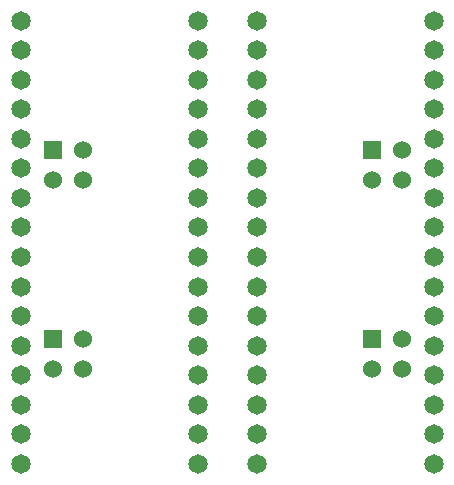
<source format=gbs>
G04 (created by PCBNEW (2013-jul-07)-stable) date Thu 09 Apr 2015 12:34:56 PM PDT*
%MOIN*%
G04 Gerber Fmt 3.4, Leading zero omitted, Abs format*
%FSLAX34Y34*%
G01*
G70*
G90*
G04 APERTURE LIST*
%ADD10C,0.00590551*%
%ADD11R,0.06X0.06*%
%ADD12C,0.06*%
%ADD13C,0.065*%
G04 APERTURE END LIST*
G54D10*
G54D11*
X21744Y-24500D03*
G54D12*
X21744Y-25500D03*
X22744Y-24500D03*
X22744Y-25500D03*
G54D11*
X21744Y-30799D03*
G54D12*
X21744Y-31799D03*
X22744Y-30799D03*
X22744Y-31799D03*
G54D11*
X32374Y-24500D03*
G54D12*
X32374Y-25500D03*
X33374Y-24500D03*
X33374Y-25500D03*
G54D11*
X32374Y-30799D03*
G54D12*
X32374Y-31799D03*
X33374Y-30799D03*
X33374Y-31799D03*
G54D13*
X28543Y-28051D03*
X28543Y-29035D03*
X28543Y-30019D03*
X28543Y-31003D03*
X28543Y-31988D03*
X28543Y-32972D03*
X28543Y-33956D03*
X28543Y-34940D03*
X34448Y-34940D03*
X34448Y-33956D03*
X34448Y-32972D03*
X34448Y-31988D03*
X34448Y-31003D03*
X34448Y-30019D03*
X34448Y-29035D03*
X34448Y-28051D03*
X28543Y-20177D03*
X28543Y-21161D03*
X28543Y-22145D03*
X28543Y-23129D03*
X28543Y-24114D03*
X28543Y-25098D03*
X28543Y-26082D03*
X28543Y-27066D03*
X34448Y-27066D03*
X34448Y-26082D03*
X34448Y-25098D03*
X34448Y-24114D03*
X34448Y-23129D03*
X34448Y-22145D03*
X34448Y-21161D03*
X34448Y-20177D03*
X20669Y-28051D03*
X20669Y-29035D03*
X20669Y-30019D03*
X20669Y-31003D03*
X20669Y-31988D03*
X20669Y-32972D03*
X20669Y-33956D03*
X20669Y-34940D03*
X26574Y-34940D03*
X26574Y-33956D03*
X26574Y-32972D03*
X26574Y-31988D03*
X26574Y-31003D03*
X26574Y-30019D03*
X26574Y-29035D03*
X26574Y-28051D03*
X20669Y-20177D03*
X20669Y-21161D03*
X20669Y-22145D03*
X20669Y-23129D03*
X20669Y-24114D03*
X20669Y-25098D03*
X20669Y-26082D03*
X20669Y-27066D03*
X26574Y-27066D03*
X26574Y-26082D03*
X26574Y-25098D03*
X26574Y-24114D03*
X26574Y-23129D03*
X26574Y-22145D03*
X26574Y-21161D03*
X26574Y-20177D03*
M02*

</source>
